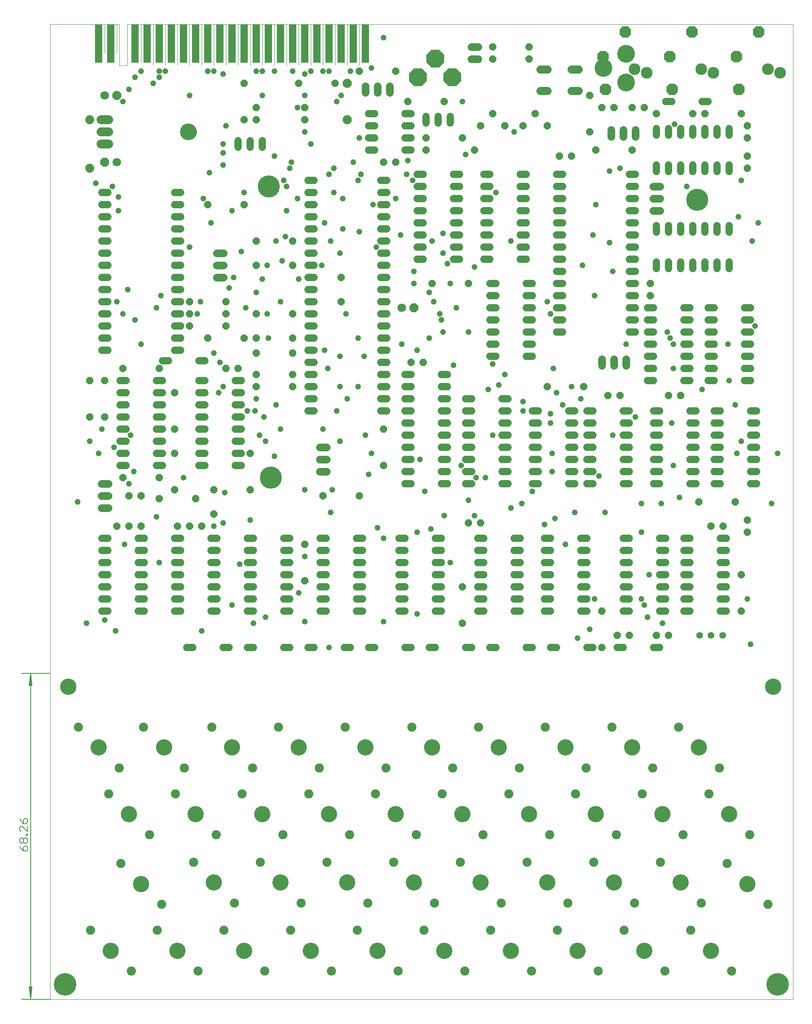
<source format=gbs>
G75*
%MOIN*%
%OFA0B0*%
%FSLAX25Y25*%
%IPPOS*%
%LPD*%
%AMOC8*
5,1,8,0,0,1.08239X$1,22.5*
%
%ADD10C,0.00000*%
%ADD11C,0.00512*%
%ADD12C,0.00600*%
%ADD13C,0.06000*%
%ADD14C,0.07400*%
%ADD15C,0.13800*%
%ADD16OC8,0.06000*%
%ADD17OC8,0.07100*%
%ADD18C,0.07100*%
%ADD19OC8,0.09650*%
%ADD20C,0.09650*%
%ADD21OC8,0.14643*%
%ADD22R,0.06400X0.31800*%
%ADD23C,0.06400*%
%ADD24C,0.07400*%
%ADD25C,0.14643*%
%ADD26C,0.06800*%
%ADD27C,0.05556*%
%ADD28C,0.07493*%
%ADD29C,0.13398*%
%ADD30C,0.04762*%
%ADD31C,0.18580*%
%ADD32C,0.13461*%
%ADD33C,0.18186*%
D10*
X0028845Y0033933D02*
X0028845Y0837683D01*
X0073845Y0837683D01*
X0073845Y0813933D01*
X0083845Y0813933D02*
X0083845Y0837683D01*
X0073845Y0837683D01*
X0083845Y0837683D02*
X0085755Y0837683D01*
X0085755Y0803500D01*
X0092398Y0803500D01*
X0092398Y0837683D01*
X0103845Y0837683D01*
X0103845Y0806433D01*
X0113845Y0803933D02*
X0113845Y0837683D01*
X0103845Y0837683D02*
X0641266Y0837683D01*
X0641266Y0033933D01*
X0028845Y0033933D01*
X0136345Y0748933D02*
X0136347Y0749094D01*
X0136353Y0749254D01*
X0136363Y0749415D01*
X0136377Y0749575D01*
X0136395Y0749735D01*
X0136416Y0749894D01*
X0136442Y0750053D01*
X0136472Y0750211D01*
X0136505Y0750368D01*
X0136543Y0750525D01*
X0136584Y0750680D01*
X0136629Y0750834D01*
X0136678Y0750987D01*
X0136731Y0751139D01*
X0136787Y0751290D01*
X0136848Y0751439D01*
X0136911Y0751587D01*
X0136979Y0751733D01*
X0137050Y0751877D01*
X0137124Y0752019D01*
X0137202Y0752160D01*
X0137284Y0752298D01*
X0137369Y0752435D01*
X0137457Y0752569D01*
X0137549Y0752701D01*
X0137644Y0752831D01*
X0137742Y0752959D01*
X0137843Y0753084D01*
X0137947Y0753206D01*
X0138054Y0753326D01*
X0138164Y0753443D01*
X0138277Y0753558D01*
X0138393Y0753669D01*
X0138512Y0753778D01*
X0138633Y0753883D01*
X0138757Y0753986D01*
X0138883Y0754086D01*
X0139011Y0754182D01*
X0139142Y0754275D01*
X0139276Y0754365D01*
X0139411Y0754452D01*
X0139549Y0754535D01*
X0139688Y0754615D01*
X0139830Y0754691D01*
X0139973Y0754764D01*
X0140118Y0754833D01*
X0140265Y0754899D01*
X0140413Y0754961D01*
X0140563Y0755019D01*
X0140714Y0755074D01*
X0140867Y0755125D01*
X0141021Y0755172D01*
X0141176Y0755215D01*
X0141332Y0755254D01*
X0141488Y0755290D01*
X0141646Y0755321D01*
X0141804Y0755349D01*
X0141963Y0755373D01*
X0142123Y0755393D01*
X0142283Y0755409D01*
X0142443Y0755421D01*
X0142604Y0755429D01*
X0142765Y0755433D01*
X0142925Y0755433D01*
X0143086Y0755429D01*
X0143247Y0755421D01*
X0143407Y0755409D01*
X0143567Y0755393D01*
X0143727Y0755373D01*
X0143886Y0755349D01*
X0144044Y0755321D01*
X0144202Y0755290D01*
X0144358Y0755254D01*
X0144514Y0755215D01*
X0144669Y0755172D01*
X0144823Y0755125D01*
X0144976Y0755074D01*
X0145127Y0755019D01*
X0145277Y0754961D01*
X0145425Y0754899D01*
X0145572Y0754833D01*
X0145717Y0754764D01*
X0145860Y0754691D01*
X0146002Y0754615D01*
X0146141Y0754535D01*
X0146279Y0754452D01*
X0146414Y0754365D01*
X0146548Y0754275D01*
X0146679Y0754182D01*
X0146807Y0754086D01*
X0146933Y0753986D01*
X0147057Y0753883D01*
X0147178Y0753778D01*
X0147297Y0753669D01*
X0147413Y0753558D01*
X0147526Y0753443D01*
X0147636Y0753326D01*
X0147743Y0753206D01*
X0147847Y0753084D01*
X0147948Y0752959D01*
X0148046Y0752831D01*
X0148141Y0752701D01*
X0148233Y0752569D01*
X0148321Y0752435D01*
X0148406Y0752298D01*
X0148488Y0752160D01*
X0148566Y0752019D01*
X0148640Y0751877D01*
X0148711Y0751733D01*
X0148779Y0751587D01*
X0148842Y0751439D01*
X0148903Y0751290D01*
X0148959Y0751139D01*
X0149012Y0750987D01*
X0149061Y0750834D01*
X0149106Y0750680D01*
X0149147Y0750525D01*
X0149185Y0750368D01*
X0149218Y0750211D01*
X0149248Y0750053D01*
X0149274Y0749894D01*
X0149295Y0749735D01*
X0149313Y0749575D01*
X0149327Y0749415D01*
X0149337Y0749254D01*
X0149343Y0749094D01*
X0149345Y0748933D01*
X0149343Y0748772D01*
X0149337Y0748612D01*
X0149327Y0748451D01*
X0149313Y0748291D01*
X0149295Y0748131D01*
X0149274Y0747972D01*
X0149248Y0747813D01*
X0149218Y0747655D01*
X0149185Y0747498D01*
X0149147Y0747341D01*
X0149106Y0747186D01*
X0149061Y0747032D01*
X0149012Y0746879D01*
X0148959Y0746727D01*
X0148903Y0746576D01*
X0148842Y0746427D01*
X0148779Y0746279D01*
X0148711Y0746133D01*
X0148640Y0745989D01*
X0148566Y0745847D01*
X0148488Y0745706D01*
X0148406Y0745568D01*
X0148321Y0745431D01*
X0148233Y0745297D01*
X0148141Y0745165D01*
X0148046Y0745035D01*
X0147948Y0744907D01*
X0147847Y0744782D01*
X0147743Y0744660D01*
X0147636Y0744540D01*
X0147526Y0744423D01*
X0147413Y0744308D01*
X0147297Y0744197D01*
X0147178Y0744088D01*
X0147057Y0743983D01*
X0146933Y0743880D01*
X0146807Y0743780D01*
X0146679Y0743684D01*
X0146548Y0743591D01*
X0146414Y0743501D01*
X0146279Y0743414D01*
X0146141Y0743331D01*
X0146002Y0743251D01*
X0145860Y0743175D01*
X0145717Y0743102D01*
X0145572Y0743033D01*
X0145425Y0742967D01*
X0145277Y0742905D01*
X0145127Y0742847D01*
X0144976Y0742792D01*
X0144823Y0742741D01*
X0144669Y0742694D01*
X0144514Y0742651D01*
X0144358Y0742612D01*
X0144202Y0742576D01*
X0144044Y0742545D01*
X0143886Y0742517D01*
X0143727Y0742493D01*
X0143567Y0742473D01*
X0143407Y0742457D01*
X0143247Y0742445D01*
X0143086Y0742437D01*
X0142925Y0742433D01*
X0142765Y0742433D01*
X0142604Y0742437D01*
X0142443Y0742445D01*
X0142283Y0742457D01*
X0142123Y0742473D01*
X0141963Y0742493D01*
X0141804Y0742517D01*
X0141646Y0742545D01*
X0141488Y0742576D01*
X0141332Y0742612D01*
X0141176Y0742651D01*
X0141021Y0742694D01*
X0140867Y0742741D01*
X0140714Y0742792D01*
X0140563Y0742847D01*
X0140413Y0742905D01*
X0140265Y0742967D01*
X0140118Y0743033D01*
X0139973Y0743102D01*
X0139830Y0743175D01*
X0139688Y0743251D01*
X0139549Y0743331D01*
X0139411Y0743414D01*
X0139276Y0743501D01*
X0139142Y0743591D01*
X0139011Y0743684D01*
X0138883Y0743780D01*
X0138757Y0743880D01*
X0138633Y0743983D01*
X0138512Y0744088D01*
X0138393Y0744197D01*
X0138277Y0744308D01*
X0138164Y0744423D01*
X0138054Y0744540D01*
X0137947Y0744660D01*
X0137843Y0744782D01*
X0137742Y0744907D01*
X0137644Y0745035D01*
X0137549Y0745165D01*
X0137457Y0745297D01*
X0137369Y0745431D01*
X0137284Y0745568D01*
X0137202Y0745706D01*
X0137124Y0745847D01*
X0137050Y0745989D01*
X0136979Y0746133D01*
X0136911Y0746279D01*
X0136848Y0746427D01*
X0136787Y0746576D01*
X0136731Y0746727D01*
X0136678Y0746879D01*
X0136629Y0747032D01*
X0136584Y0747186D01*
X0136543Y0747341D01*
X0136505Y0747498D01*
X0136472Y0747655D01*
X0136442Y0747813D01*
X0136416Y0747972D01*
X0136395Y0748131D01*
X0136377Y0748291D01*
X0136363Y0748451D01*
X0136353Y0748612D01*
X0136347Y0748772D01*
X0136345Y0748933D01*
X0133845Y0803933D02*
X0133845Y0837683D01*
X0123845Y0837683D02*
X0123845Y0803933D01*
X0143845Y0803933D02*
X0143845Y0837683D01*
X0153845Y0837683D02*
X0153845Y0803933D01*
X0163845Y0803933D02*
X0163845Y0837683D01*
X0173845Y0837683D02*
X0173845Y0803933D01*
X0183845Y0803933D02*
X0183845Y0837683D01*
X0193845Y0837683D02*
X0193845Y0803933D01*
X0203845Y0803933D02*
X0203845Y0837683D01*
X0213845Y0837683D02*
X0213845Y0803933D01*
X0223845Y0803933D02*
X0223845Y0837683D01*
X0233845Y0837683D02*
X0233845Y0803933D01*
X0243845Y0803933D02*
X0243845Y0837683D01*
X0253845Y0837683D02*
X0253845Y0803933D01*
X0263845Y0803933D02*
X0263845Y0837683D01*
X0273845Y0837683D02*
X0273845Y0803933D01*
X0283845Y0803933D02*
X0283845Y0837683D01*
D11*
X0028845Y0033933D02*
X0004918Y0033933D01*
X0012595Y0034189D02*
X0013619Y0044169D01*
X0013852Y0044169D02*
X0012595Y0034189D01*
X0011572Y0044169D01*
X0011338Y0044169D02*
X0013852Y0044169D01*
X0013107Y0044169D02*
X0012595Y0034189D01*
X0012083Y0044169D01*
X0011338Y0044169D02*
X0012595Y0034189D01*
X0012595Y0302427D01*
X0013619Y0292447D01*
X0013852Y0292447D02*
X0012595Y0302427D01*
X0011572Y0292447D01*
X0011338Y0292447D02*
X0013852Y0292447D01*
X0013107Y0292447D02*
X0012595Y0302427D01*
X0012083Y0292447D01*
X0011338Y0292447D02*
X0012595Y0302427D01*
X0004918Y0302683D02*
X0028845Y0302683D01*
D12*
X0008966Y0182962D02*
X0007898Y0182962D01*
X0006831Y0181895D01*
X0006831Y0178692D01*
X0008966Y0178692D01*
X0010033Y0179760D01*
X0010033Y0181895D01*
X0008966Y0182962D01*
X0004695Y0180827D02*
X0006831Y0178692D01*
X0005763Y0176517D02*
X0010033Y0172247D01*
X0010033Y0176517D01*
X0005763Y0176517D02*
X0004695Y0176517D01*
X0003628Y0175449D01*
X0003628Y0173314D01*
X0004695Y0172247D01*
X0008966Y0170091D02*
X0010033Y0170091D01*
X0010033Y0169024D01*
X0008966Y0169024D01*
X0008966Y0170091D01*
X0008966Y0166849D02*
X0010033Y0165781D01*
X0010033Y0163646D01*
X0008966Y0162578D01*
X0007898Y0162578D01*
X0006831Y0163646D01*
X0006831Y0165781D01*
X0007898Y0166849D01*
X0008966Y0166849D01*
X0006831Y0165781D02*
X0005763Y0166849D01*
X0004695Y0166849D01*
X0003628Y0165781D01*
X0003628Y0163646D01*
X0004695Y0162578D01*
X0005763Y0162578D01*
X0006831Y0163646D01*
X0007898Y0160403D02*
X0006831Y0159336D01*
X0006831Y0156133D01*
X0008966Y0156133D01*
X0010033Y0157201D01*
X0010033Y0159336D01*
X0008966Y0160403D01*
X0007898Y0160403D01*
X0004695Y0158268D02*
X0006831Y0156133D01*
X0004695Y0158268D02*
X0003628Y0160403D01*
X0004695Y0180827D02*
X0003628Y0182962D01*
D13*
X0071245Y0353933D02*
X0076445Y0353933D01*
X0076445Y0363933D02*
X0071245Y0363933D01*
X0071245Y0373933D02*
X0076445Y0373933D01*
X0076445Y0383933D02*
X0071245Y0383933D01*
X0071245Y0393933D02*
X0076445Y0393933D01*
X0076445Y0403933D02*
X0071245Y0403933D01*
X0071245Y0413933D02*
X0076445Y0413933D01*
X0101245Y0413933D02*
X0106445Y0413933D01*
X0106445Y0403933D02*
X0101245Y0403933D01*
X0101245Y0393933D02*
X0106445Y0393933D01*
X0106445Y0383933D02*
X0101245Y0383933D01*
X0101245Y0373933D02*
X0106445Y0373933D01*
X0106445Y0363933D02*
X0101245Y0363933D01*
X0101245Y0353933D02*
X0106445Y0353933D01*
X0131245Y0353933D02*
X0136445Y0353933D01*
X0136445Y0363933D02*
X0131245Y0363933D01*
X0131245Y0373933D02*
X0136445Y0373933D01*
X0136445Y0383933D02*
X0131245Y0383933D01*
X0131245Y0393933D02*
X0136445Y0393933D01*
X0136445Y0403933D02*
X0131245Y0403933D01*
X0131245Y0413933D02*
X0136445Y0413933D01*
X0161245Y0413933D02*
X0166445Y0413933D01*
X0166445Y0403933D02*
X0161245Y0403933D01*
X0161245Y0393933D02*
X0166445Y0393933D01*
X0166445Y0383933D02*
X0161245Y0383933D01*
X0161245Y0373933D02*
X0166445Y0373933D01*
X0166445Y0363933D02*
X0161245Y0363933D01*
X0161245Y0353933D02*
X0166445Y0353933D01*
X0191245Y0353933D02*
X0196445Y0353933D01*
X0196445Y0363933D02*
X0191245Y0363933D01*
X0191245Y0373933D02*
X0196445Y0373933D01*
X0196445Y0383933D02*
X0191245Y0383933D01*
X0191245Y0393933D02*
X0196445Y0393933D01*
X0196445Y0403933D02*
X0191245Y0403933D01*
X0191245Y0413933D02*
X0196445Y0413933D01*
X0221245Y0413933D02*
X0226445Y0413933D01*
X0226445Y0403933D02*
X0221245Y0403933D01*
X0221245Y0393933D02*
X0226445Y0393933D01*
X0226445Y0383933D02*
X0221245Y0383933D01*
X0221245Y0373933D02*
X0226445Y0373933D01*
X0226445Y0363933D02*
X0221245Y0363933D01*
X0221245Y0353933D02*
X0226445Y0353933D01*
X0251245Y0353933D02*
X0256445Y0353933D01*
X0256445Y0363933D02*
X0251245Y0363933D01*
X0251245Y0373933D02*
X0256445Y0373933D01*
X0256445Y0383933D02*
X0251245Y0383933D01*
X0251245Y0393933D02*
X0256445Y0393933D01*
X0256445Y0403933D02*
X0251245Y0403933D01*
X0251245Y0413933D02*
X0256445Y0413933D01*
X0281245Y0413933D02*
X0286445Y0413933D01*
X0286445Y0403933D02*
X0281245Y0403933D01*
X0281245Y0393933D02*
X0286445Y0393933D01*
X0286445Y0383933D02*
X0281245Y0383933D01*
X0281245Y0373933D02*
X0286445Y0373933D01*
X0286445Y0363933D02*
X0281245Y0363933D01*
X0281245Y0353933D02*
X0286445Y0353933D01*
X0291245Y0323933D02*
X0296445Y0323933D01*
X0276445Y0323933D02*
X0271245Y0323933D01*
X0246445Y0323933D02*
X0241245Y0323933D01*
X0226445Y0323933D02*
X0221245Y0323933D01*
X0196445Y0323933D02*
X0191245Y0323933D01*
X0176445Y0323933D02*
X0171245Y0323933D01*
X0146445Y0323933D02*
X0141245Y0323933D01*
X0151245Y0473933D02*
X0156445Y0473933D01*
X0156445Y0483933D02*
X0151245Y0483933D01*
X0151245Y0493933D02*
X0156445Y0493933D01*
X0156445Y0503933D02*
X0151245Y0503933D01*
X0151245Y0513933D02*
X0156445Y0513933D01*
X0156445Y0523933D02*
X0151245Y0523933D01*
X0151245Y0533933D02*
X0156445Y0533933D01*
X0156445Y0543933D02*
X0151245Y0543933D01*
X0151245Y0560183D02*
X0156445Y0560183D01*
X0136445Y0568933D02*
X0131245Y0568933D01*
X0126445Y0560183D02*
X0121245Y0560183D01*
X0121445Y0543933D02*
X0116245Y0543933D01*
X0116245Y0533933D02*
X0121445Y0533933D01*
X0121445Y0523933D02*
X0116245Y0523933D01*
X0116245Y0513933D02*
X0121445Y0513933D01*
X0121445Y0503933D02*
X0116245Y0503933D01*
X0116245Y0493933D02*
X0121445Y0493933D01*
X0121445Y0483933D02*
X0116245Y0483933D01*
X0116245Y0473933D02*
X0121445Y0473933D01*
X0091445Y0473933D02*
X0086245Y0473933D01*
X0086245Y0483933D02*
X0091445Y0483933D01*
X0091445Y0493933D02*
X0086245Y0493933D01*
X0086245Y0503933D02*
X0091445Y0503933D01*
X0091445Y0513933D02*
X0086245Y0513933D01*
X0086245Y0523933D02*
X0091445Y0523933D01*
X0091445Y0533933D02*
X0086245Y0533933D01*
X0086245Y0543933D02*
X0091445Y0543933D01*
X0076445Y0568933D02*
X0071245Y0568933D01*
X0071245Y0578933D02*
X0076445Y0578933D01*
X0076445Y0588933D02*
X0071245Y0588933D01*
X0071245Y0598933D02*
X0076445Y0598933D01*
X0076445Y0608933D02*
X0071245Y0608933D01*
X0071245Y0618933D02*
X0076445Y0618933D01*
X0076445Y0628933D02*
X0071245Y0628933D01*
X0071245Y0638933D02*
X0076445Y0638933D01*
X0076445Y0648933D02*
X0071245Y0648933D01*
X0071245Y0658933D02*
X0076445Y0658933D01*
X0076445Y0668933D02*
X0071245Y0668933D01*
X0071245Y0678933D02*
X0076445Y0678933D01*
X0076445Y0688933D02*
X0071245Y0688933D01*
X0071245Y0698933D02*
X0076445Y0698933D01*
X0131245Y0698933D02*
X0136445Y0698933D01*
X0136445Y0688933D02*
X0131245Y0688933D01*
X0131245Y0678933D02*
X0136445Y0678933D01*
X0136445Y0668933D02*
X0131245Y0668933D01*
X0131245Y0658933D02*
X0136445Y0658933D01*
X0136445Y0648933D02*
X0131245Y0648933D01*
X0131245Y0638933D02*
X0136445Y0638933D01*
X0136445Y0628933D02*
X0131245Y0628933D01*
X0131245Y0618933D02*
X0136445Y0618933D01*
X0136445Y0608933D02*
X0131245Y0608933D01*
X0131245Y0598933D02*
X0136445Y0598933D01*
X0136445Y0588933D02*
X0131245Y0588933D01*
X0131245Y0578933D02*
X0136445Y0578933D01*
X0181245Y0543933D02*
X0186445Y0543933D01*
X0186445Y0533933D02*
X0181245Y0533933D01*
X0181245Y0523933D02*
X0186445Y0523933D01*
X0186445Y0513933D02*
X0181245Y0513933D01*
X0181245Y0503933D02*
X0186445Y0503933D01*
X0186445Y0493933D02*
X0181245Y0493933D01*
X0181245Y0483933D02*
X0186445Y0483933D01*
X0186445Y0473933D02*
X0181245Y0473933D01*
X0241245Y0518933D02*
X0246445Y0518933D01*
X0246445Y0528933D02*
X0241245Y0528933D01*
X0241245Y0538933D02*
X0246445Y0538933D01*
X0246445Y0548933D02*
X0241245Y0548933D01*
X0241245Y0558933D02*
X0246445Y0558933D01*
X0246445Y0568933D02*
X0241245Y0568933D01*
X0241245Y0578933D02*
X0246445Y0578933D01*
X0246445Y0588933D02*
X0241245Y0588933D01*
X0241245Y0598933D02*
X0246445Y0598933D01*
X0246445Y0608933D02*
X0241245Y0608933D01*
X0241245Y0618933D02*
X0246445Y0618933D01*
X0246445Y0628933D02*
X0241245Y0628933D01*
X0241245Y0638933D02*
X0246445Y0638933D01*
X0246445Y0648933D02*
X0241245Y0648933D01*
X0241245Y0658933D02*
X0246445Y0658933D01*
X0246445Y0668933D02*
X0241245Y0668933D01*
X0241245Y0678933D02*
X0246445Y0678933D01*
X0246445Y0688933D02*
X0241245Y0688933D01*
X0241245Y0698933D02*
X0246445Y0698933D01*
X0246445Y0708933D02*
X0241245Y0708933D01*
X0203845Y0736333D02*
X0203845Y0741533D01*
X0193845Y0741533D02*
X0193845Y0736333D01*
X0183845Y0736333D02*
X0183845Y0741533D01*
X0291245Y0743933D02*
X0296445Y0743933D01*
X0296445Y0733933D02*
X0291245Y0733933D01*
X0291245Y0753933D02*
X0296445Y0753933D01*
X0296445Y0763933D02*
X0291245Y0763933D01*
X0321245Y0763933D02*
X0326445Y0763933D01*
X0326445Y0753933D02*
X0321245Y0753933D01*
X0321245Y0743933D02*
X0326445Y0743933D01*
X0326445Y0733933D02*
X0321245Y0733933D01*
X0331245Y0713933D02*
X0336445Y0713933D01*
X0336445Y0703933D02*
X0331245Y0703933D01*
X0331245Y0693933D02*
X0336445Y0693933D01*
X0336445Y0683933D02*
X0331245Y0683933D01*
X0331245Y0673933D02*
X0336445Y0673933D01*
X0336445Y0663933D02*
X0331245Y0663933D01*
X0331245Y0653933D02*
X0336445Y0653933D01*
X0336445Y0643933D02*
X0331245Y0643933D01*
X0306445Y0638933D02*
X0301245Y0638933D01*
X0301245Y0628933D02*
X0306445Y0628933D01*
X0306445Y0618933D02*
X0301245Y0618933D01*
X0301245Y0608933D02*
X0306445Y0608933D01*
X0306445Y0598933D02*
X0301245Y0598933D01*
X0301245Y0588933D02*
X0306445Y0588933D01*
X0306445Y0578933D02*
X0301245Y0578933D01*
X0301245Y0568933D02*
X0306445Y0568933D01*
X0306445Y0558933D02*
X0301245Y0558933D01*
X0301245Y0548933D02*
X0306445Y0548933D01*
X0306445Y0538933D02*
X0301245Y0538933D01*
X0301245Y0528933D02*
X0306445Y0528933D01*
X0306445Y0518933D02*
X0301245Y0518933D01*
X0321245Y0518933D02*
X0326445Y0518933D01*
X0326445Y0508933D02*
X0321245Y0508933D01*
X0321245Y0498933D02*
X0326445Y0498933D01*
X0326445Y0488933D02*
X0321245Y0488933D01*
X0321245Y0478933D02*
X0326445Y0478933D01*
X0326445Y0468933D02*
X0321245Y0468933D01*
X0321245Y0458933D02*
X0326445Y0458933D01*
X0351245Y0458933D02*
X0356445Y0458933D01*
X0356445Y0468933D02*
X0351245Y0468933D01*
X0351245Y0478933D02*
X0356445Y0478933D01*
X0356445Y0488933D02*
X0351245Y0488933D01*
X0351245Y0498933D02*
X0356445Y0498933D01*
X0356445Y0508933D02*
X0351245Y0508933D01*
X0351245Y0518933D02*
X0356445Y0518933D01*
X0356445Y0528933D02*
X0351245Y0528933D01*
X0351245Y0538933D02*
X0356445Y0538933D01*
X0356445Y0548933D02*
X0351245Y0548933D01*
X0371245Y0528933D02*
X0376445Y0528933D01*
X0376445Y0518933D02*
X0371245Y0518933D01*
X0371245Y0508933D02*
X0376445Y0508933D01*
X0376445Y0498933D02*
X0371245Y0498933D01*
X0371245Y0488933D02*
X0376445Y0488933D01*
X0376445Y0478933D02*
X0371245Y0478933D01*
X0371245Y0468933D02*
X0376445Y0468933D01*
X0376445Y0458933D02*
X0371245Y0458933D01*
X0401245Y0458933D02*
X0406445Y0458933D01*
X0406445Y0468933D02*
X0401245Y0468933D01*
X0401245Y0478933D02*
X0406445Y0478933D01*
X0406445Y0488933D02*
X0401245Y0488933D01*
X0401245Y0498933D02*
X0406445Y0498933D01*
X0406445Y0508933D02*
X0401245Y0508933D01*
X0401245Y0518933D02*
X0406445Y0518933D01*
X0406445Y0528933D02*
X0401245Y0528933D01*
X0426245Y0518933D02*
X0431445Y0518933D01*
X0431445Y0508933D02*
X0426245Y0508933D01*
X0426245Y0498933D02*
X0431445Y0498933D01*
X0431445Y0488933D02*
X0426245Y0488933D01*
X0426245Y0478933D02*
X0431445Y0478933D01*
X0431445Y0468933D02*
X0426245Y0468933D01*
X0426245Y0458933D02*
X0431445Y0458933D01*
X0456245Y0458933D02*
X0461445Y0458933D01*
X0461445Y0468933D02*
X0456245Y0468933D01*
X0456245Y0478933D02*
X0461445Y0478933D01*
X0461445Y0488933D02*
X0456245Y0488933D01*
X0456245Y0498933D02*
X0461445Y0498933D01*
X0461445Y0508933D02*
X0456245Y0508933D01*
X0456245Y0518933D02*
X0461445Y0518933D01*
X0471245Y0518933D02*
X0476445Y0518933D01*
X0476445Y0508933D02*
X0471245Y0508933D01*
X0471245Y0498933D02*
X0476445Y0498933D01*
X0476445Y0488933D02*
X0471245Y0488933D01*
X0471245Y0478933D02*
X0476445Y0478933D01*
X0476445Y0468933D02*
X0471245Y0468933D01*
X0471245Y0458933D02*
X0476445Y0458933D01*
X0501245Y0458933D02*
X0506445Y0458933D01*
X0506445Y0468933D02*
X0501245Y0468933D01*
X0501245Y0478933D02*
X0506445Y0478933D01*
X0506445Y0488933D02*
X0501245Y0488933D01*
X0501245Y0498933D02*
X0506445Y0498933D01*
X0506445Y0508933D02*
X0501245Y0508933D01*
X0501245Y0518933D02*
X0506445Y0518933D01*
X0526245Y0518933D02*
X0531445Y0518933D01*
X0531445Y0508933D02*
X0526245Y0508933D01*
X0526245Y0498933D02*
X0531445Y0498933D01*
X0531445Y0488933D02*
X0526245Y0488933D01*
X0526245Y0478933D02*
X0531445Y0478933D01*
X0531445Y0468933D02*
X0526245Y0468933D01*
X0526245Y0458933D02*
X0531445Y0458933D01*
X0556245Y0458933D02*
X0561445Y0458933D01*
X0561445Y0468933D02*
X0556245Y0468933D01*
X0556245Y0478933D02*
X0561445Y0478933D01*
X0561445Y0488933D02*
X0556245Y0488933D01*
X0556245Y0498933D02*
X0561445Y0498933D01*
X0561445Y0508933D02*
X0556245Y0508933D01*
X0556245Y0518933D02*
X0561445Y0518933D01*
X0576245Y0518933D02*
X0581445Y0518933D01*
X0581445Y0508933D02*
X0576245Y0508933D01*
X0576245Y0498933D02*
X0581445Y0498933D01*
X0581445Y0488933D02*
X0576245Y0488933D01*
X0576245Y0478933D02*
X0581445Y0478933D01*
X0581445Y0468933D02*
X0576245Y0468933D01*
X0576245Y0458933D02*
X0581445Y0458933D01*
X0606245Y0458933D02*
X0611445Y0458933D01*
X0611445Y0468933D02*
X0606245Y0468933D01*
X0606245Y0478933D02*
X0611445Y0478933D01*
X0611445Y0488933D02*
X0606245Y0488933D01*
X0606245Y0498933D02*
X0611445Y0498933D01*
X0611445Y0508933D02*
X0606245Y0508933D01*
X0606245Y0518933D02*
X0611445Y0518933D01*
X0606445Y0543933D02*
X0601245Y0543933D01*
X0601245Y0553933D02*
X0606445Y0553933D01*
X0606445Y0563933D02*
X0601245Y0563933D01*
X0601245Y0573933D02*
X0606445Y0573933D01*
X0606445Y0583933D02*
X0601245Y0583933D01*
X0601245Y0593933D02*
X0606445Y0593933D01*
X0606445Y0603933D02*
X0601245Y0603933D01*
X0576445Y0603933D02*
X0571245Y0603933D01*
X0571245Y0593933D02*
X0576445Y0593933D01*
X0576445Y0583933D02*
X0571245Y0583933D01*
X0571245Y0573933D02*
X0576445Y0573933D01*
X0576445Y0563933D02*
X0571245Y0563933D01*
X0571245Y0553933D02*
X0576445Y0553933D01*
X0576445Y0543933D02*
X0571245Y0543933D01*
X0556445Y0543933D02*
X0551245Y0543933D01*
X0551245Y0553933D02*
X0556445Y0553933D01*
X0556445Y0563933D02*
X0551245Y0563933D01*
X0551245Y0573933D02*
X0556445Y0573933D01*
X0556445Y0583933D02*
X0551245Y0583933D01*
X0551245Y0593933D02*
X0556445Y0593933D01*
X0556445Y0603933D02*
X0551245Y0603933D01*
X0526445Y0603933D02*
X0521245Y0603933D01*
X0511445Y0603933D02*
X0506245Y0603933D01*
X0506245Y0593933D02*
X0511445Y0593933D01*
X0521245Y0593933D02*
X0526445Y0593933D01*
X0526445Y0583933D02*
X0521245Y0583933D01*
X0511445Y0583933D02*
X0506245Y0583933D01*
X0521245Y0573933D02*
X0526445Y0573933D01*
X0526445Y0563933D02*
X0521245Y0563933D01*
X0521245Y0553933D02*
X0526445Y0553933D01*
X0526445Y0543933D02*
X0521245Y0543933D01*
X0511445Y0613933D02*
X0506245Y0613933D01*
X0506245Y0623933D02*
X0511445Y0623933D01*
X0511445Y0633933D02*
X0506245Y0633933D01*
X0506245Y0643933D02*
X0511445Y0643933D01*
X0511445Y0653933D02*
X0506245Y0653933D01*
X0506245Y0663933D02*
X0511445Y0663933D01*
X0511445Y0673933D02*
X0506245Y0673933D01*
X0506245Y0683933D02*
X0511445Y0683933D01*
X0511445Y0693933D02*
X0506245Y0693933D01*
X0506245Y0703933D02*
X0511445Y0703933D01*
X0511445Y0713933D02*
X0506245Y0713933D01*
X0528845Y0716333D02*
X0528845Y0721533D01*
X0538845Y0721533D02*
X0538845Y0716333D01*
X0548845Y0716333D02*
X0548845Y0721533D01*
X0558845Y0721533D02*
X0558845Y0716333D01*
X0568845Y0716333D02*
X0568845Y0721533D01*
X0578845Y0721533D02*
X0578845Y0716333D01*
X0588845Y0716333D02*
X0588845Y0721533D01*
X0588845Y0746333D02*
X0588845Y0751533D01*
X0578845Y0751533D02*
X0578845Y0746333D01*
X0568845Y0746333D02*
X0568845Y0751533D01*
X0558845Y0751533D02*
X0558845Y0746333D01*
X0548845Y0746333D02*
X0548845Y0751533D01*
X0538845Y0751533D02*
X0538845Y0746333D01*
X0528845Y0746333D02*
X0528845Y0751533D01*
X0536245Y0773933D02*
X0541445Y0773933D01*
X0566245Y0773933D02*
X0571445Y0773933D01*
X0568845Y0671533D02*
X0568845Y0666333D01*
X0558845Y0666333D02*
X0558845Y0671533D01*
X0548845Y0671533D02*
X0548845Y0666333D01*
X0538845Y0666333D02*
X0538845Y0671533D01*
X0528845Y0671533D02*
X0528845Y0666333D01*
X0528845Y0641533D02*
X0528845Y0636333D01*
X0538845Y0636333D02*
X0538845Y0641533D01*
X0548845Y0641533D02*
X0548845Y0636333D01*
X0558845Y0636333D02*
X0558845Y0641533D01*
X0568845Y0641533D02*
X0568845Y0636333D01*
X0578845Y0636333D02*
X0578845Y0641533D01*
X0588845Y0641533D02*
X0588845Y0636333D01*
X0588845Y0666333D02*
X0588845Y0671533D01*
X0578845Y0671533D02*
X0578845Y0666333D01*
X0451445Y0663933D02*
X0446245Y0663933D01*
X0446245Y0653933D02*
X0451445Y0653933D01*
X0451445Y0643933D02*
X0446245Y0643933D01*
X0446245Y0633933D02*
X0451445Y0633933D01*
X0451445Y0623933D02*
X0446245Y0623933D01*
X0446245Y0613933D02*
X0451445Y0613933D01*
X0451445Y0603933D02*
X0446245Y0603933D01*
X0446245Y0593933D02*
X0451445Y0593933D01*
X0451445Y0583933D02*
X0446245Y0583933D01*
X0426445Y0583933D02*
X0421245Y0583933D01*
X0421245Y0573933D02*
X0426445Y0573933D01*
X0426445Y0563933D02*
X0421245Y0563933D01*
X0396445Y0563933D02*
X0391245Y0563933D01*
X0391245Y0573933D02*
X0396445Y0573933D01*
X0396445Y0583933D02*
X0391245Y0583933D01*
X0391245Y0593933D02*
X0396445Y0593933D01*
X0396445Y0603933D02*
X0391245Y0603933D01*
X0391245Y0613933D02*
X0396445Y0613933D01*
X0396445Y0623933D02*
X0391245Y0623933D01*
X0391445Y0643933D02*
X0386245Y0643933D01*
X0386245Y0653933D02*
X0391445Y0653933D01*
X0391445Y0663933D02*
X0386245Y0663933D01*
X0386245Y0673933D02*
X0391445Y0673933D01*
X0391445Y0683933D02*
X0386245Y0683933D01*
X0386245Y0693933D02*
X0391445Y0693933D01*
X0391445Y0703933D02*
X0386245Y0703933D01*
X0386245Y0713933D02*
X0391445Y0713933D01*
X0416245Y0713933D02*
X0421445Y0713933D01*
X0421445Y0703933D02*
X0416245Y0703933D01*
X0416245Y0693933D02*
X0421445Y0693933D01*
X0421445Y0683933D02*
X0416245Y0683933D01*
X0416245Y0673933D02*
X0421445Y0673933D01*
X0421445Y0663933D02*
X0416245Y0663933D01*
X0416245Y0653933D02*
X0421445Y0653933D01*
X0421445Y0643933D02*
X0416245Y0643933D01*
X0421245Y0623933D02*
X0426445Y0623933D01*
X0426445Y0613933D02*
X0421245Y0613933D01*
X0421245Y0603933D02*
X0426445Y0603933D01*
X0426445Y0593933D02*
X0421245Y0593933D01*
X0366445Y0643933D02*
X0361245Y0643933D01*
X0361245Y0653933D02*
X0366445Y0653933D01*
X0366445Y0663933D02*
X0361245Y0663933D01*
X0361245Y0673933D02*
X0366445Y0673933D01*
X0366445Y0683933D02*
X0361245Y0683933D01*
X0361245Y0693933D02*
X0366445Y0693933D01*
X0366445Y0703933D02*
X0361245Y0703933D01*
X0361245Y0713933D02*
X0366445Y0713933D01*
X0358845Y0756333D02*
X0358845Y0761533D01*
X0348845Y0761533D02*
X0348845Y0756333D01*
X0338845Y0756333D02*
X0338845Y0761533D01*
X0306445Y0708933D02*
X0301245Y0708933D01*
X0301245Y0698933D02*
X0306445Y0698933D01*
X0306445Y0688933D02*
X0301245Y0688933D01*
X0301245Y0678933D02*
X0306445Y0678933D01*
X0306445Y0668933D02*
X0301245Y0668933D01*
X0301245Y0658933D02*
X0306445Y0658933D01*
X0306445Y0648933D02*
X0301245Y0648933D01*
X0321245Y0548933D02*
X0326445Y0548933D01*
X0326445Y0538933D02*
X0321245Y0538933D01*
X0321245Y0528933D02*
X0326445Y0528933D01*
X0321445Y0413933D02*
X0316245Y0413933D01*
X0316245Y0403933D02*
X0321445Y0403933D01*
X0321445Y0393933D02*
X0316245Y0393933D01*
X0316245Y0383933D02*
X0321445Y0383933D01*
X0321445Y0373933D02*
X0316245Y0373933D01*
X0316245Y0363933D02*
X0321445Y0363933D01*
X0321445Y0353933D02*
X0316245Y0353933D01*
X0346245Y0353933D02*
X0351445Y0353933D01*
X0351445Y0363933D02*
X0346245Y0363933D01*
X0346245Y0373933D02*
X0351445Y0373933D01*
X0351445Y0383933D02*
X0346245Y0383933D01*
X0346245Y0393933D02*
X0351445Y0393933D01*
X0351445Y0403933D02*
X0346245Y0403933D01*
X0346245Y0413933D02*
X0351445Y0413933D01*
X0381245Y0413933D02*
X0386445Y0413933D01*
X0386445Y0403933D02*
X0381245Y0403933D01*
X0381245Y0393933D02*
X0386445Y0393933D01*
X0386445Y0383933D02*
X0381245Y0383933D01*
X0381245Y0373933D02*
X0386445Y0373933D01*
X0386445Y0363933D02*
X0381245Y0363933D01*
X0381245Y0353933D02*
X0386445Y0353933D01*
X0411245Y0353933D02*
X0416445Y0353933D01*
X0416445Y0363933D02*
X0411245Y0363933D01*
X0411245Y0373933D02*
X0416445Y0373933D01*
X0416445Y0383933D02*
X0411245Y0383933D01*
X0411245Y0393933D02*
X0416445Y0393933D01*
X0416445Y0403933D02*
X0411245Y0403933D01*
X0411245Y0413933D02*
X0416445Y0413933D01*
X0436245Y0413933D02*
X0441445Y0413933D01*
X0441445Y0403933D02*
X0436245Y0403933D01*
X0436245Y0393933D02*
X0441445Y0393933D01*
X0441445Y0383933D02*
X0436245Y0383933D01*
X0436245Y0373933D02*
X0441445Y0373933D01*
X0441445Y0363933D02*
X0436245Y0363933D01*
X0436245Y0353933D02*
X0441445Y0353933D01*
X0466245Y0353933D02*
X0471445Y0353933D01*
X0471445Y0363933D02*
X0466245Y0363933D01*
X0466245Y0373933D02*
X0471445Y0373933D01*
X0471445Y0383933D02*
X0466245Y0383933D01*
X0466245Y0393933D02*
X0471445Y0393933D01*
X0471445Y0403933D02*
X0466245Y0403933D01*
X0466245Y0413933D02*
X0471445Y0413933D01*
X0501245Y0413933D02*
X0506445Y0413933D01*
X0506445Y0403933D02*
X0501245Y0403933D01*
X0501245Y0393933D02*
X0506445Y0393933D01*
X0506445Y0383933D02*
X0501245Y0383933D01*
X0501245Y0373933D02*
X0506445Y0373933D01*
X0506445Y0363933D02*
X0501245Y0363933D01*
X0501245Y0353933D02*
X0506445Y0353933D01*
X0531245Y0353933D02*
X0536445Y0353933D01*
X0536445Y0363933D02*
X0531245Y0363933D01*
X0531245Y0373933D02*
X0536445Y0373933D01*
X0536445Y0383933D02*
X0531245Y0383933D01*
X0531245Y0393933D02*
X0536445Y0393933D01*
X0536445Y0403933D02*
X0531245Y0403933D01*
X0531245Y0413933D02*
X0536445Y0413933D01*
X0551245Y0413933D02*
X0556445Y0413933D01*
X0556445Y0403933D02*
X0551245Y0403933D01*
X0551245Y0393933D02*
X0556445Y0393933D01*
X0556445Y0383933D02*
X0551245Y0383933D01*
X0551245Y0373933D02*
X0556445Y0373933D01*
X0556445Y0363933D02*
X0551245Y0363933D01*
X0551245Y0353933D02*
X0556445Y0353933D01*
X0581245Y0353933D02*
X0586445Y0353933D01*
X0586445Y0363933D02*
X0581245Y0363933D01*
X0581245Y0373933D02*
X0586445Y0373933D01*
X0586445Y0383933D02*
X0581245Y0383933D01*
X0581245Y0393933D02*
X0586445Y0393933D01*
X0586445Y0403933D02*
X0581245Y0403933D01*
X0581245Y0413933D02*
X0586445Y0413933D01*
X0531445Y0323933D02*
X0526245Y0323933D01*
X0501445Y0323933D02*
X0496245Y0323933D01*
X0476445Y0323933D02*
X0471245Y0323933D01*
X0446445Y0323933D02*
X0441245Y0323933D01*
X0426445Y0323933D02*
X0421245Y0323933D01*
X0396445Y0323933D02*
X0391245Y0323933D01*
X0376445Y0323933D02*
X0371245Y0323933D01*
X0346445Y0323933D02*
X0341245Y0323933D01*
X0326445Y0323933D02*
X0321245Y0323933D01*
X0446245Y0673933D02*
X0451445Y0673933D01*
X0451445Y0683933D02*
X0446245Y0683933D01*
X0446245Y0693933D02*
X0451445Y0693933D01*
X0451445Y0703933D02*
X0446245Y0703933D01*
X0446245Y0713933D02*
X0451445Y0713933D01*
D14*
X0077145Y0738933D02*
X0070545Y0738933D01*
X0070545Y0748933D02*
X0077145Y0748933D01*
X0077145Y0758933D02*
X0070545Y0758933D01*
D15*
X0142845Y0748933D03*
D16*
X0188845Y0758933D03*
X0198845Y0758933D03*
X0198845Y0768933D03*
X0188845Y0788933D03*
X0233845Y0788933D03*
X0238845Y0768933D03*
X0238845Y0758933D03*
X0263845Y0788933D03*
X0283845Y0798933D03*
X0313845Y0798933D03*
X0323845Y0773933D03*
X0353845Y0773933D03*
X0338845Y0743933D03*
X0338845Y0733933D03*
X0313845Y0723933D03*
X0303845Y0723933D03*
X0368845Y0743933D03*
X0378845Y0733933D03*
X0383845Y0753933D03*
X0393845Y0763933D03*
X0403845Y0753933D03*
X0418845Y0753933D03*
X0428845Y0763933D03*
X0438845Y0753933D03*
X0448845Y0728933D03*
X0458845Y0728933D03*
X0478845Y0733933D03*
X0473845Y0748933D03*
X0483845Y0768933D03*
X0473845Y0778933D03*
X0493845Y0768933D03*
X0508845Y0768933D03*
X0518845Y0768933D03*
X0528845Y0763933D03*
X0508845Y0733933D03*
X0558845Y0763933D03*
X0568845Y0763933D03*
X0598845Y0763933D03*
X0603845Y0753933D03*
X0603845Y0743933D03*
X0603845Y0728933D03*
X0603845Y0718933D03*
X0523845Y0623933D03*
X0523845Y0613933D03*
X0468845Y0538933D03*
X0488845Y0531433D03*
X0498845Y0531433D03*
X0538845Y0531433D03*
X0548845Y0531433D03*
X0563845Y0443933D03*
X0573845Y0423933D03*
X0583845Y0423933D03*
X0593845Y0443933D03*
X0603845Y0428933D03*
X0603845Y0418933D03*
X0598845Y0383933D03*
X0598845Y0353933D03*
X0538845Y0333933D03*
X0528845Y0333933D03*
X0506345Y0333933D03*
X0496345Y0333933D03*
X0483845Y0323933D03*
X0483845Y0353933D03*
X0383845Y0426433D03*
X0373845Y0426433D03*
X0368845Y0373933D03*
X0368845Y0343933D03*
X0283845Y0448933D03*
X0303845Y0473933D03*
X0303845Y0503933D03*
X0326345Y0558933D03*
X0336345Y0558933D03*
X0343845Y0623933D03*
X0373845Y0623933D03*
X0438845Y0538933D03*
X0268845Y0608933D03*
X0268845Y0628933D03*
X0228845Y0638933D03*
X0228845Y0658933D03*
X0198845Y0658933D03*
X0198845Y0638933D03*
X0173845Y0608933D03*
X0173845Y0598933D03*
X0173845Y0588933D03*
X0158845Y0578933D03*
X0143845Y0588933D03*
X0143845Y0598933D03*
X0143845Y0608933D03*
X0118845Y0553933D03*
X0131345Y0533933D03*
X0131345Y0503933D03*
X0131345Y0483933D03*
X0118845Y0463933D03*
X0131345Y0453933D03*
X0118845Y0446433D03*
X0103845Y0448933D03*
X0093845Y0448933D03*
X0088845Y0463933D03*
X0083845Y0423933D03*
X0093845Y0423933D03*
X0103845Y0423933D03*
X0133845Y0423933D03*
X0143845Y0423933D03*
X0153845Y0423933D03*
X0163845Y0433933D03*
X0148845Y0446433D03*
X0163845Y0453933D03*
X0193845Y0453933D03*
X0193845Y0483933D03*
X0198845Y0538933D03*
X0198845Y0548933D03*
X0183845Y0553933D03*
X0173845Y0553933D03*
X0188845Y0578933D03*
X0198845Y0578933D03*
X0198845Y0566433D03*
X0198845Y0598933D03*
X0228845Y0598933D03*
X0228845Y0578933D03*
X0228845Y0566433D03*
X0228845Y0548933D03*
X0228845Y0538933D03*
X0253845Y0448933D03*
X0238845Y0408933D03*
X0238845Y0378933D03*
X0088845Y0553933D03*
X0073845Y0543933D03*
X0061345Y0543933D03*
X0061345Y0513933D03*
X0073845Y0513933D03*
X0158845Y0688933D03*
X0188845Y0688933D03*
X0393845Y0808933D03*
X0393845Y0818933D03*
X0423845Y0818933D03*
X0423845Y0808933D03*
D17*
X0273845Y0788933D03*
X0273845Y0758933D03*
X0328845Y0603933D03*
X0083845Y0778933D03*
X0073845Y0723933D03*
D18*
X0083845Y0723933D03*
X0073845Y0778933D03*
X0318845Y0603933D03*
D19*
X0486645Y0783833D03*
X0484545Y0810833D03*
X0503045Y0831133D03*
X0539545Y0810833D03*
X0558045Y0831133D03*
X0541645Y0783833D03*
X0596645Y0783833D03*
X0594545Y0810833D03*
X0613045Y0831133D03*
D20*
X0620745Y0800733D03*
X0630645Y0797733D03*
X0575645Y0797733D03*
X0565745Y0800733D03*
X0520645Y0797733D03*
X0510745Y0800733D03*
D21*
X0360499Y0793933D03*
X0346345Y0809366D03*
X0332192Y0793933D03*
D22*
X0288845Y0821433D03*
X0278845Y0821433D03*
X0268845Y0821433D03*
X0258845Y0821433D03*
X0248845Y0821433D03*
X0238845Y0821433D03*
X0228845Y0821433D03*
X0218845Y0821433D03*
X0208845Y0821433D03*
X0198845Y0821433D03*
X0188845Y0821433D03*
X0178845Y0821433D03*
X0168845Y0821433D03*
X0158845Y0821433D03*
X0148845Y0821433D03*
X0138845Y0821433D03*
X0128845Y0821433D03*
X0118845Y0821433D03*
X0108845Y0821433D03*
X0098845Y0821433D03*
X0078845Y0821433D03*
X0068845Y0821433D03*
D23*
X0166045Y0648933D02*
X0171645Y0648933D01*
X0171645Y0638933D02*
X0166045Y0638933D01*
X0166045Y0628933D02*
X0171645Y0628933D01*
X0251045Y0488933D02*
X0256645Y0488933D01*
X0256645Y0478933D02*
X0251045Y0478933D01*
X0251045Y0468933D02*
X0256645Y0468933D01*
X0076645Y0458933D02*
X0071045Y0458933D01*
X0071045Y0448933D02*
X0076645Y0448933D01*
X0076645Y0438933D02*
X0071045Y0438933D01*
X0288845Y0781133D02*
X0288845Y0786733D01*
X0298845Y0786733D02*
X0298845Y0781133D01*
X0308845Y0781133D02*
X0308845Y0786733D01*
X0376045Y0808933D02*
X0381645Y0808933D01*
X0381645Y0818933D02*
X0376045Y0818933D01*
X0491345Y0750483D02*
X0491345Y0744883D01*
X0501345Y0744883D02*
X0501345Y0750483D01*
X0511345Y0750483D02*
X0511345Y0744883D01*
X0526045Y0703933D02*
X0531645Y0703933D01*
X0531645Y0693933D02*
X0526045Y0693933D01*
X0526045Y0683933D02*
X0531645Y0683933D01*
X0503845Y0561733D02*
X0503845Y0556133D01*
X0493845Y0556133D02*
X0493845Y0561733D01*
X0483845Y0561733D02*
X0483845Y0556133D01*
D24*
X0061345Y0718933D03*
X0061345Y0758933D03*
D25*
X0484948Y0801433D03*
X0503845Y0789622D03*
X0503845Y0813244D03*
D26*
X0464645Y0800333D02*
X0458645Y0800333D01*
X0458645Y0782533D02*
X0464645Y0782533D01*
X0439045Y0782533D02*
X0433045Y0782533D01*
X0433045Y0800333D02*
X0439045Y0800333D01*
D27*
X0564345Y0333933D03*
X0573739Y0333933D03*
X0583345Y0333933D03*
D28*
X0546988Y0258291D03*
X0525703Y0224576D03*
X0516988Y0203291D03*
X0495703Y0169576D03*
X0476988Y0147041D03*
X0455703Y0113326D03*
X0446988Y0090791D03*
X0425703Y0057076D03*
X0391988Y0090791D03*
X0400703Y0113326D03*
X0421988Y0147041D03*
X0440703Y0169576D03*
X0461988Y0203291D03*
X0470703Y0224576D03*
X0491988Y0258291D03*
X0436988Y0258291D03*
X0415703Y0224576D03*
X0406988Y0203291D03*
X0385703Y0169576D03*
X0366988Y0147041D03*
X0345703Y0113326D03*
X0336988Y0090791D03*
X0315703Y0057076D03*
X0281988Y0090791D03*
X0290703Y0113326D03*
X0311988Y0147041D03*
X0330703Y0169576D03*
X0351988Y0203291D03*
X0360703Y0224576D03*
X0381988Y0258291D03*
X0326988Y0258291D03*
X0305703Y0224576D03*
X0296988Y0203291D03*
X0275703Y0169576D03*
X0256988Y0147041D03*
X0235703Y0113326D03*
X0226988Y0090791D03*
X0205703Y0057076D03*
X0171988Y0090791D03*
X0180703Y0113326D03*
X0201988Y0147041D03*
X0220703Y0169576D03*
X0241988Y0203291D03*
X0250703Y0224576D03*
X0271988Y0258291D03*
X0216988Y0258291D03*
X0195703Y0224576D03*
X0186988Y0203291D03*
X0165703Y0169576D03*
X0146988Y0147041D03*
X0120703Y0112076D03*
X0116988Y0090791D03*
X0095703Y0057076D03*
X0061988Y0090791D03*
X0086988Y0145791D03*
X0110703Y0169576D03*
X0131988Y0203291D03*
X0139453Y0224576D03*
X0161988Y0258291D03*
X0105738Y0258291D03*
X0085703Y0224576D03*
X0076988Y0203291D03*
X0051988Y0258291D03*
X0150703Y0057076D03*
X0260703Y0057076D03*
X0370703Y0057076D03*
X0480703Y0057076D03*
X0501988Y0090791D03*
X0510703Y0113326D03*
X0531988Y0147041D03*
X0550703Y0169576D03*
X0571988Y0203291D03*
X0580703Y0224576D03*
X0605703Y0169576D03*
X0586988Y0145791D03*
X0565703Y0113326D03*
X0556988Y0090791D03*
X0535703Y0057076D03*
X0590703Y0057076D03*
X0620703Y0112076D03*
D29*
X0603845Y0128933D03*
X0573845Y0073933D03*
X0548845Y0130183D03*
X0533845Y0186433D03*
X0493845Y0130183D03*
X0478845Y0186433D03*
X0438845Y0130183D03*
X0423845Y0186433D03*
X0383845Y0130183D03*
X0368845Y0186433D03*
X0328845Y0130183D03*
X0313845Y0186433D03*
X0273845Y0130183D03*
X0258845Y0186433D03*
X0218845Y0130183D03*
X0203845Y0186433D03*
X0163845Y0130183D03*
X0148845Y0186433D03*
X0122595Y0241433D03*
X0093845Y0186433D03*
X0103845Y0128933D03*
X0078845Y0073933D03*
X0133845Y0073933D03*
X0188845Y0073933D03*
X0243845Y0073933D03*
X0298845Y0073933D03*
X0353845Y0073933D03*
X0408845Y0073933D03*
X0463845Y0073933D03*
X0518845Y0073933D03*
X0588845Y0186433D03*
X0563845Y0241433D03*
X0508845Y0241433D03*
X0453845Y0241433D03*
X0398845Y0241433D03*
X0343845Y0241433D03*
X0288845Y0241433D03*
X0233845Y0241433D03*
X0178845Y0241433D03*
X0068845Y0241433D03*
D30*
X0082595Y0337683D03*
X0073845Y0346433D03*
X0058845Y0343933D03*
X0090095Y0408933D03*
X0118845Y0393933D03*
X0116345Y0431433D03*
X0138845Y0463933D03*
X0163845Y0423933D03*
X0171345Y0426433D03*
X0193845Y0428933D03*
X0172595Y0451433D03*
X0206345Y0493933D03*
X0201345Y0498933D03*
X0205095Y0513933D03*
X0197595Y0518933D03*
X0191345Y0518933D03*
X0198845Y0528933D03*
X0215095Y0523933D03*
X0218845Y0503933D03*
X0213845Y0481433D03*
X0238845Y0453933D03*
X0261345Y0453933D03*
X0260095Y0435183D03*
X0238845Y0398933D03*
X0233845Y0368933D03*
X0238845Y0345183D03*
X0258845Y0323933D03*
X0303845Y0345183D03*
X0331345Y0351433D03*
X0358845Y0393933D03*
X0342595Y0421433D03*
X0331345Y0418933D03*
X0353845Y0432683D03*
X0337595Y0452683D03*
X0333845Y0478933D03*
X0367595Y0473933D03*
X0380095Y0463933D03*
X0387595Y0463933D03*
X0373845Y0445183D03*
X0378845Y0432683D03*
X0408845Y0438933D03*
X0417595Y0442683D03*
X0426345Y0452683D03*
X0442595Y0468933D03*
X0442595Y0483933D03*
X0441345Y0508933D03*
X0441345Y0516433D03*
X0451345Y0523933D03*
X0446345Y0533933D03*
X0458845Y0538933D03*
X0466345Y0528933D03*
X0443845Y0553933D03*
X0418845Y0526433D03*
X0418845Y0518933D03*
X0398845Y0540183D03*
X0403845Y0548933D03*
X0393845Y0557683D03*
X0390095Y0536433D03*
X0361345Y0556433D03*
X0352595Y0583933D03*
X0351345Y0593933D03*
X0350095Y0598933D03*
X0345095Y0608933D03*
X0341345Y0616433D03*
X0328845Y0623933D03*
X0328845Y0633933D03*
X0343845Y0658933D03*
X0352595Y0665183D03*
X0352595Y0648933D03*
X0356345Y0640183D03*
X0358845Y0623933D03*
X0363845Y0603933D03*
X0373845Y0583933D03*
X0341345Y0578933D03*
X0331345Y0568933D03*
X0318845Y0573933D03*
X0287595Y0563933D03*
X0282595Y0578933D03*
X0272595Y0598933D03*
X0255095Y0568933D03*
X0267595Y0563933D03*
X0257595Y0553933D03*
X0267595Y0538933D03*
X0273845Y0528933D03*
X0265095Y0518933D03*
X0253845Y0503933D03*
X0267595Y0493933D03*
X0288845Y0498933D03*
X0293845Y0483933D03*
X0291345Y0466433D03*
X0298845Y0422683D03*
X0303845Y0413933D03*
X0393845Y0498933D03*
X0445095Y0430183D03*
X0436345Y0425183D03*
X0453845Y0408933D03*
X0461345Y0435183D03*
X0486345Y0435183D03*
X0481345Y0465183D03*
X0492595Y0498933D03*
X0511345Y0513933D03*
X0541345Y0508933D03*
X0542595Y0473933D03*
X0547595Y0447683D03*
X0532595Y0442683D03*
X0516345Y0442683D03*
X0516345Y0418933D03*
X0522595Y0383933D03*
X0516345Y0363933D03*
X0518845Y0358933D03*
X0521345Y0348933D03*
X0533845Y0343933D03*
X0477595Y0363933D03*
X0473845Y0338933D03*
X0463845Y0331433D03*
X0595095Y0483933D03*
X0598845Y0493933D03*
X0593845Y0523933D03*
X0588845Y0543933D03*
X0566345Y0536433D03*
X0542595Y0553933D03*
X0542595Y0573933D03*
X0540095Y0578933D03*
X0537595Y0583933D03*
X0503845Y0573933D03*
X0477595Y0613933D03*
X0492595Y0633933D03*
X0490095Y0657683D03*
X0476345Y0663933D03*
X0478845Y0688933D03*
X0490095Y0716433D03*
X0498845Y0718933D03*
X0543845Y0755183D03*
X0553845Y0703933D03*
X0596345Y0678933D03*
X0607595Y0658933D03*
X0612595Y0673933D03*
X0598845Y0708933D03*
X0610095Y0588933D03*
X0587595Y0573933D03*
X0628845Y0483933D03*
X0623845Y0442683D03*
X0603845Y0363933D03*
X0606345Y0326433D03*
X0441345Y0598933D03*
X0438845Y0608933D03*
X0467595Y0638933D03*
X0408845Y0658933D03*
X0378845Y0637683D03*
X0396345Y0698933D03*
X0371345Y0730183D03*
X0368845Y0773933D03*
X0323845Y0725183D03*
X0322595Y0713933D03*
X0327595Y0708933D03*
X0313845Y0693933D03*
X0295095Y0688933D03*
X0282595Y0708933D03*
X0285095Y0713933D03*
X0278845Y0723933D03*
X0262595Y0718933D03*
X0258845Y0713933D03*
X0262595Y0698933D03*
X0270095Y0693933D03*
X0255095Y0673933D03*
X0260095Y0658933D03*
X0267595Y0648933D03*
X0252595Y0638933D03*
X0233845Y0627683D03*
X0220095Y0642683D03*
X0207595Y0638933D03*
X0203845Y0627683D03*
X0198845Y0616433D03*
X0190095Y0603933D03*
X0207595Y0598933D03*
X0218845Y0608933D03*
X0208845Y0578933D03*
X0176345Y0620183D03*
X0180095Y0628933D03*
X0186345Y0650183D03*
X0215095Y0658933D03*
X0222595Y0662683D03*
X0223845Y0683933D03*
X0232595Y0693933D03*
X0223845Y0703933D03*
X0221345Y0708933D03*
X0226345Y0718933D03*
X0227595Y0723933D03*
X0213845Y0728933D03*
X0188845Y0698933D03*
X0178845Y0683933D03*
X0161345Y0673933D03*
X0155095Y0693933D03*
X0160095Y0715183D03*
X0171345Y0721433D03*
X0171345Y0731433D03*
X0171345Y0738933D03*
X0173845Y0753933D03*
X0143845Y0778933D03*
X0158845Y0798933D03*
X0163845Y0798933D03*
X0171345Y0796433D03*
X0198845Y0798933D03*
X0203845Y0798933D03*
X0213845Y0798933D03*
X0203845Y0778933D03*
X0232595Y0768933D03*
X0238845Y0778933D03*
X0238845Y0796433D03*
X0243845Y0798933D03*
X0253845Y0798933D03*
X0258845Y0798933D03*
X0268845Y0778933D03*
X0265095Y0773933D03*
X0276345Y0798933D03*
X0293845Y0801433D03*
X0303845Y0826433D03*
X0283845Y0743933D03*
X0243845Y0738933D03*
X0238845Y0748933D03*
X0228845Y0798933D03*
X0270095Y0668933D03*
X0283845Y0666433D03*
X0297595Y0653933D03*
X0317595Y0663933D03*
X0411345Y0748933D03*
X0282595Y0538933D03*
X0171345Y0538933D03*
X0167595Y0533933D03*
X0168845Y0558933D03*
X0163845Y0566433D03*
X0150095Y0598933D03*
X0152595Y0608933D03*
X0120095Y0613933D03*
X0116345Y0603933D03*
X0098845Y0593933D03*
X0088845Y0598933D03*
X0083845Y0608933D03*
X0092595Y0618933D03*
X0103845Y0573933D03*
X0095095Y0498933D03*
X0081345Y0488933D03*
X0068845Y0483933D03*
X0061345Y0493933D03*
X0071345Y0503933D03*
X0097595Y0468933D03*
X0093845Y0458933D03*
X0051345Y0443933D03*
X0153845Y0337683D03*
X0178845Y0358933D03*
X0196345Y0343933D03*
X0206345Y0348933D03*
X0185095Y0392683D03*
X0143845Y0653933D03*
X0085095Y0683933D03*
X0085095Y0695183D03*
X0080095Y0703933D03*
X0066345Y0706433D03*
X0088845Y0773933D03*
X0093845Y0783933D03*
X0098845Y0793933D03*
X0103845Y0798933D03*
X0113845Y0788933D03*
X0118845Y0793933D03*
X0118845Y0798933D03*
X0123845Y0798933D03*
D31*
X0041050Y0046138D03*
X0628845Y0046138D03*
D32*
X0624908Y0291413D03*
X0043806Y0291413D03*
D33*
X0210735Y0463854D03*
X0209160Y0704012D03*
X0562310Y0692988D03*
M02*

</source>
